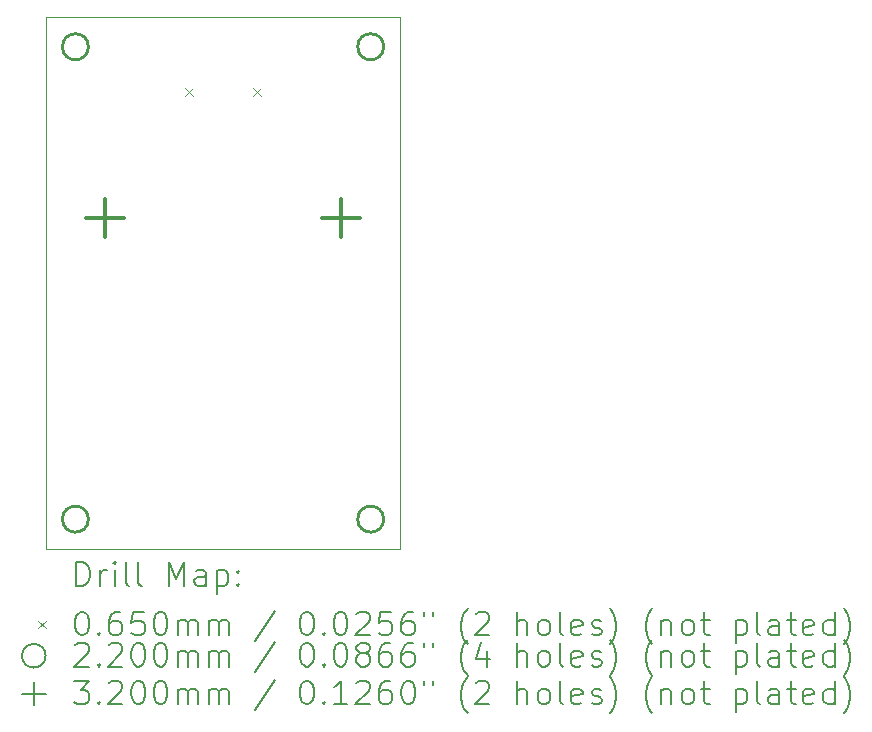
<source format=gbr>
%TF.GenerationSoftware,KiCad,Pcbnew,9.0.4*%
%TF.CreationDate,2025-09-08T01:23:05+09:00*%
%TF.ProjectId,561SmartCard-USB,35363153-6d61-4727-9443-6172642d5553,rev?*%
%TF.SameCoordinates,Original*%
%TF.FileFunction,Drillmap*%
%TF.FilePolarity,Positive*%
%FSLAX45Y45*%
G04 Gerber Fmt 4.5, Leading zero omitted, Abs format (unit mm)*
G04 Created by KiCad (PCBNEW 9.0.4) date 2025-09-08 01:23:05*
%MOMM*%
%LPD*%
G01*
G04 APERTURE LIST*
%ADD10C,0.050000*%
%ADD11C,0.200000*%
%ADD12C,0.100000*%
%ADD13C,0.220000*%
%ADD14C,0.320000*%
G04 APERTURE END LIST*
D10*
X8500000Y-7000000D02*
X11500000Y-7000000D01*
X11500000Y-11500000D01*
X8500000Y-11500000D01*
X8500000Y-7000000D01*
D11*
D12*
X9678500Y-7598000D02*
X9743500Y-7663000D01*
X9743500Y-7598000D02*
X9678500Y-7663000D01*
X10256500Y-7598000D02*
X10321500Y-7663000D01*
X10321500Y-7598000D02*
X10256500Y-7663000D01*
D13*
X8860000Y-7250000D02*
G75*
G02*
X8640000Y-7250000I-110000J0D01*
G01*
X8640000Y-7250000D02*
G75*
G02*
X8860000Y-7250000I110000J0D01*
G01*
X8860000Y-11250000D02*
G75*
G02*
X8640000Y-11250000I-110000J0D01*
G01*
X8640000Y-11250000D02*
G75*
G02*
X8860000Y-11250000I110000J0D01*
G01*
X11360000Y-7250000D02*
G75*
G02*
X11140000Y-7250000I-110000J0D01*
G01*
X11140000Y-7250000D02*
G75*
G02*
X11360000Y-7250000I110000J0D01*
G01*
X11360000Y-11250000D02*
G75*
G02*
X11140000Y-11250000I-110000J0D01*
G01*
X11140000Y-11250000D02*
G75*
G02*
X11360000Y-11250000I110000J0D01*
G01*
D14*
X9000000Y-8540000D02*
X9000000Y-8860000D01*
X8840000Y-8700000D02*
X9160000Y-8700000D01*
X11000000Y-8540000D02*
X11000000Y-8860000D01*
X10840000Y-8700000D02*
X11160000Y-8700000D01*
D11*
X8758277Y-11813984D02*
X8758277Y-11613984D01*
X8758277Y-11613984D02*
X8805896Y-11613984D01*
X8805896Y-11613984D02*
X8834467Y-11623508D01*
X8834467Y-11623508D02*
X8853515Y-11642555D01*
X8853515Y-11642555D02*
X8863039Y-11661603D01*
X8863039Y-11661603D02*
X8872563Y-11699698D01*
X8872563Y-11699698D02*
X8872563Y-11728269D01*
X8872563Y-11728269D02*
X8863039Y-11766365D01*
X8863039Y-11766365D02*
X8853515Y-11785412D01*
X8853515Y-11785412D02*
X8834467Y-11804460D01*
X8834467Y-11804460D02*
X8805896Y-11813984D01*
X8805896Y-11813984D02*
X8758277Y-11813984D01*
X8958277Y-11813984D02*
X8958277Y-11680650D01*
X8958277Y-11718746D02*
X8967801Y-11699698D01*
X8967801Y-11699698D02*
X8977324Y-11690174D01*
X8977324Y-11690174D02*
X8996372Y-11680650D01*
X8996372Y-11680650D02*
X9015420Y-11680650D01*
X9082086Y-11813984D02*
X9082086Y-11680650D01*
X9082086Y-11613984D02*
X9072563Y-11623508D01*
X9072563Y-11623508D02*
X9082086Y-11633031D01*
X9082086Y-11633031D02*
X9091610Y-11623508D01*
X9091610Y-11623508D02*
X9082086Y-11613984D01*
X9082086Y-11613984D02*
X9082086Y-11633031D01*
X9205896Y-11813984D02*
X9186848Y-11804460D01*
X9186848Y-11804460D02*
X9177324Y-11785412D01*
X9177324Y-11785412D02*
X9177324Y-11613984D01*
X9310658Y-11813984D02*
X9291610Y-11804460D01*
X9291610Y-11804460D02*
X9282086Y-11785412D01*
X9282086Y-11785412D02*
X9282086Y-11613984D01*
X9539229Y-11813984D02*
X9539229Y-11613984D01*
X9539229Y-11613984D02*
X9605896Y-11756841D01*
X9605896Y-11756841D02*
X9672563Y-11613984D01*
X9672563Y-11613984D02*
X9672563Y-11813984D01*
X9853515Y-11813984D02*
X9853515Y-11709222D01*
X9853515Y-11709222D02*
X9843991Y-11690174D01*
X9843991Y-11690174D02*
X9824944Y-11680650D01*
X9824944Y-11680650D02*
X9786848Y-11680650D01*
X9786848Y-11680650D02*
X9767801Y-11690174D01*
X9853515Y-11804460D02*
X9834467Y-11813984D01*
X9834467Y-11813984D02*
X9786848Y-11813984D01*
X9786848Y-11813984D02*
X9767801Y-11804460D01*
X9767801Y-11804460D02*
X9758277Y-11785412D01*
X9758277Y-11785412D02*
X9758277Y-11766365D01*
X9758277Y-11766365D02*
X9767801Y-11747317D01*
X9767801Y-11747317D02*
X9786848Y-11737793D01*
X9786848Y-11737793D02*
X9834467Y-11737793D01*
X9834467Y-11737793D02*
X9853515Y-11728269D01*
X9948753Y-11680650D02*
X9948753Y-11880650D01*
X9948753Y-11690174D02*
X9967801Y-11680650D01*
X9967801Y-11680650D02*
X10005896Y-11680650D01*
X10005896Y-11680650D02*
X10024944Y-11690174D01*
X10024944Y-11690174D02*
X10034467Y-11699698D01*
X10034467Y-11699698D02*
X10043991Y-11718746D01*
X10043991Y-11718746D02*
X10043991Y-11775888D01*
X10043991Y-11775888D02*
X10034467Y-11794936D01*
X10034467Y-11794936D02*
X10024944Y-11804460D01*
X10024944Y-11804460D02*
X10005896Y-11813984D01*
X10005896Y-11813984D02*
X9967801Y-11813984D01*
X9967801Y-11813984D02*
X9948753Y-11804460D01*
X10129705Y-11794936D02*
X10139229Y-11804460D01*
X10139229Y-11804460D02*
X10129705Y-11813984D01*
X10129705Y-11813984D02*
X10120182Y-11804460D01*
X10120182Y-11804460D02*
X10129705Y-11794936D01*
X10129705Y-11794936D02*
X10129705Y-11813984D01*
X10129705Y-11690174D02*
X10139229Y-11699698D01*
X10139229Y-11699698D02*
X10129705Y-11709222D01*
X10129705Y-11709222D02*
X10120182Y-11699698D01*
X10120182Y-11699698D02*
X10129705Y-11690174D01*
X10129705Y-11690174D02*
X10129705Y-11709222D01*
D12*
X8432500Y-12110000D02*
X8497500Y-12175000D01*
X8497500Y-12110000D02*
X8432500Y-12175000D01*
D11*
X8796372Y-12033984D02*
X8815420Y-12033984D01*
X8815420Y-12033984D02*
X8834467Y-12043508D01*
X8834467Y-12043508D02*
X8843991Y-12053031D01*
X8843991Y-12053031D02*
X8853515Y-12072079D01*
X8853515Y-12072079D02*
X8863039Y-12110174D01*
X8863039Y-12110174D02*
X8863039Y-12157793D01*
X8863039Y-12157793D02*
X8853515Y-12195888D01*
X8853515Y-12195888D02*
X8843991Y-12214936D01*
X8843991Y-12214936D02*
X8834467Y-12224460D01*
X8834467Y-12224460D02*
X8815420Y-12233984D01*
X8815420Y-12233984D02*
X8796372Y-12233984D01*
X8796372Y-12233984D02*
X8777324Y-12224460D01*
X8777324Y-12224460D02*
X8767801Y-12214936D01*
X8767801Y-12214936D02*
X8758277Y-12195888D01*
X8758277Y-12195888D02*
X8748753Y-12157793D01*
X8748753Y-12157793D02*
X8748753Y-12110174D01*
X8748753Y-12110174D02*
X8758277Y-12072079D01*
X8758277Y-12072079D02*
X8767801Y-12053031D01*
X8767801Y-12053031D02*
X8777324Y-12043508D01*
X8777324Y-12043508D02*
X8796372Y-12033984D01*
X8948753Y-12214936D02*
X8958277Y-12224460D01*
X8958277Y-12224460D02*
X8948753Y-12233984D01*
X8948753Y-12233984D02*
X8939229Y-12224460D01*
X8939229Y-12224460D02*
X8948753Y-12214936D01*
X8948753Y-12214936D02*
X8948753Y-12233984D01*
X9129705Y-12033984D02*
X9091610Y-12033984D01*
X9091610Y-12033984D02*
X9072563Y-12043508D01*
X9072563Y-12043508D02*
X9063039Y-12053031D01*
X9063039Y-12053031D02*
X9043991Y-12081603D01*
X9043991Y-12081603D02*
X9034467Y-12119698D01*
X9034467Y-12119698D02*
X9034467Y-12195888D01*
X9034467Y-12195888D02*
X9043991Y-12214936D01*
X9043991Y-12214936D02*
X9053515Y-12224460D01*
X9053515Y-12224460D02*
X9072563Y-12233984D01*
X9072563Y-12233984D02*
X9110658Y-12233984D01*
X9110658Y-12233984D02*
X9129705Y-12224460D01*
X9129705Y-12224460D02*
X9139229Y-12214936D01*
X9139229Y-12214936D02*
X9148753Y-12195888D01*
X9148753Y-12195888D02*
X9148753Y-12148269D01*
X9148753Y-12148269D02*
X9139229Y-12129222D01*
X9139229Y-12129222D02*
X9129705Y-12119698D01*
X9129705Y-12119698D02*
X9110658Y-12110174D01*
X9110658Y-12110174D02*
X9072563Y-12110174D01*
X9072563Y-12110174D02*
X9053515Y-12119698D01*
X9053515Y-12119698D02*
X9043991Y-12129222D01*
X9043991Y-12129222D02*
X9034467Y-12148269D01*
X9329705Y-12033984D02*
X9234467Y-12033984D01*
X9234467Y-12033984D02*
X9224944Y-12129222D01*
X9224944Y-12129222D02*
X9234467Y-12119698D01*
X9234467Y-12119698D02*
X9253515Y-12110174D01*
X9253515Y-12110174D02*
X9301134Y-12110174D01*
X9301134Y-12110174D02*
X9320182Y-12119698D01*
X9320182Y-12119698D02*
X9329705Y-12129222D01*
X9329705Y-12129222D02*
X9339229Y-12148269D01*
X9339229Y-12148269D02*
X9339229Y-12195888D01*
X9339229Y-12195888D02*
X9329705Y-12214936D01*
X9329705Y-12214936D02*
X9320182Y-12224460D01*
X9320182Y-12224460D02*
X9301134Y-12233984D01*
X9301134Y-12233984D02*
X9253515Y-12233984D01*
X9253515Y-12233984D02*
X9234467Y-12224460D01*
X9234467Y-12224460D02*
X9224944Y-12214936D01*
X9463039Y-12033984D02*
X9482086Y-12033984D01*
X9482086Y-12033984D02*
X9501134Y-12043508D01*
X9501134Y-12043508D02*
X9510658Y-12053031D01*
X9510658Y-12053031D02*
X9520182Y-12072079D01*
X9520182Y-12072079D02*
X9529705Y-12110174D01*
X9529705Y-12110174D02*
X9529705Y-12157793D01*
X9529705Y-12157793D02*
X9520182Y-12195888D01*
X9520182Y-12195888D02*
X9510658Y-12214936D01*
X9510658Y-12214936D02*
X9501134Y-12224460D01*
X9501134Y-12224460D02*
X9482086Y-12233984D01*
X9482086Y-12233984D02*
X9463039Y-12233984D01*
X9463039Y-12233984D02*
X9443991Y-12224460D01*
X9443991Y-12224460D02*
X9434467Y-12214936D01*
X9434467Y-12214936D02*
X9424944Y-12195888D01*
X9424944Y-12195888D02*
X9415420Y-12157793D01*
X9415420Y-12157793D02*
X9415420Y-12110174D01*
X9415420Y-12110174D02*
X9424944Y-12072079D01*
X9424944Y-12072079D02*
X9434467Y-12053031D01*
X9434467Y-12053031D02*
X9443991Y-12043508D01*
X9443991Y-12043508D02*
X9463039Y-12033984D01*
X9615420Y-12233984D02*
X9615420Y-12100650D01*
X9615420Y-12119698D02*
X9624944Y-12110174D01*
X9624944Y-12110174D02*
X9643991Y-12100650D01*
X9643991Y-12100650D02*
X9672563Y-12100650D01*
X9672563Y-12100650D02*
X9691610Y-12110174D01*
X9691610Y-12110174D02*
X9701134Y-12129222D01*
X9701134Y-12129222D02*
X9701134Y-12233984D01*
X9701134Y-12129222D02*
X9710658Y-12110174D01*
X9710658Y-12110174D02*
X9729705Y-12100650D01*
X9729705Y-12100650D02*
X9758277Y-12100650D01*
X9758277Y-12100650D02*
X9777325Y-12110174D01*
X9777325Y-12110174D02*
X9786848Y-12129222D01*
X9786848Y-12129222D02*
X9786848Y-12233984D01*
X9882086Y-12233984D02*
X9882086Y-12100650D01*
X9882086Y-12119698D02*
X9891610Y-12110174D01*
X9891610Y-12110174D02*
X9910658Y-12100650D01*
X9910658Y-12100650D02*
X9939229Y-12100650D01*
X9939229Y-12100650D02*
X9958277Y-12110174D01*
X9958277Y-12110174D02*
X9967801Y-12129222D01*
X9967801Y-12129222D02*
X9967801Y-12233984D01*
X9967801Y-12129222D02*
X9977325Y-12110174D01*
X9977325Y-12110174D02*
X9996372Y-12100650D01*
X9996372Y-12100650D02*
X10024944Y-12100650D01*
X10024944Y-12100650D02*
X10043991Y-12110174D01*
X10043991Y-12110174D02*
X10053515Y-12129222D01*
X10053515Y-12129222D02*
X10053515Y-12233984D01*
X10443991Y-12024460D02*
X10272563Y-12281603D01*
X10701134Y-12033984D02*
X10720182Y-12033984D01*
X10720182Y-12033984D02*
X10739229Y-12043508D01*
X10739229Y-12043508D02*
X10748753Y-12053031D01*
X10748753Y-12053031D02*
X10758277Y-12072079D01*
X10758277Y-12072079D02*
X10767801Y-12110174D01*
X10767801Y-12110174D02*
X10767801Y-12157793D01*
X10767801Y-12157793D02*
X10758277Y-12195888D01*
X10758277Y-12195888D02*
X10748753Y-12214936D01*
X10748753Y-12214936D02*
X10739229Y-12224460D01*
X10739229Y-12224460D02*
X10720182Y-12233984D01*
X10720182Y-12233984D02*
X10701134Y-12233984D01*
X10701134Y-12233984D02*
X10682087Y-12224460D01*
X10682087Y-12224460D02*
X10672563Y-12214936D01*
X10672563Y-12214936D02*
X10663039Y-12195888D01*
X10663039Y-12195888D02*
X10653515Y-12157793D01*
X10653515Y-12157793D02*
X10653515Y-12110174D01*
X10653515Y-12110174D02*
X10663039Y-12072079D01*
X10663039Y-12072079D02*
X10672563Y-12053031D01*
X10672563Y-12053031D02*
X10682087Y-12043508D01*
X10682087Y-12043508D02*
X10701134Y-12033984D01*
X10853515Y-12214936D02*
X10863039Y-12224460D01*
X10863039Y-12224460D02*
X10853515Y-12233984D01*
X10853515Y-12233984D02*
X10843991Y-12224460D01*
X10843991Y-12224460D02*
X10853515Y-12214936D01*
X10853515Y-12214936D02*
X10853515Y-12233984D01*
X10986848Y-12033984D02*
X11005896Y-12033984D01*
X11005896Y-12033984D02*
X11024944Y-12043508D01*
X11024944Y-12043508D02*
X11034468Y-12053031D01*
X11034468Y-12053031D02*
X11043991Y-12072079D01*
X11043991Y-12072079D02*
X11053515Y-12110174D01*
X11053515Y-12110174D02*
X11053515Y-12157793D01*
X11053515Y-12157793D02*
X11043991Y-12195888D01*
X11043991Y-12195888D02*
X11034468Y-12214936D01*
X11034468Y-12214936D02*
X11024944Y-12224460D01*
X11024944Y-12224460D02*
X11005896Y-12233984D01*
X11005896Y-12233984D02*
X10986848Y-12233984D01*
X10986848Y-12233984D02*
X10967801Y-12224460D01*
X10967801Y-12224460D02*
X10958277Y-12214936D01*
X10958277Y-12214936D02*
X10948753Y-12195888D01*
X10948753Y-12195888D02*
X10939229Y-12157793D01*
X10939229Y-12157793D02*
X10939229Y-12110174D01*
X10939229Y-12110174D02*
X10948753Y-12072079D01*
X10948753Y-12072079D02*
X10958277Y-12053031D01*
X10958277Y-12053031D02*
X10967801Y-12043508D01*
X10967801Y-12043508D02*
X10986848Y-12033984D01*
X11129706Y-12053031D02*
X11139229Y-12043508D01*
X11139229Y-12043508D02*
X11158277Y-12033984D01*
X11158277Y-12033984D02*
X11205896Y-12033984D01*
X11205896Y-12033984D02*
X11224944Y-12043508D01*
X11224944Y-12043508D02*
X11234467Y-12053031D01*
X11234467Y-12053031D02*
X11243991Y-12072079D01*
X11243991Y-12072079D02*
X11243991Y-12091127D01*
X11243991Y-12091127D02*
X11234467Y-12119698D01*
X11234467Y-12119698D02*
X11120182Y-12233984D01*
X11120182Y-12233984D02*
X11243991Y-12233984D01*
X11424944Y-12033984D02*
X11329706Y-12033984D01*
X11329706Y-12033984D02*
X11320182Y-12129222D01*
X11320182Y-12129222D02*
X11329706Y-12119698D01*
X11329706Y-12119698D02*
X11348753Y-12110174D01*
X11348753Y-12110174D02*
X11396372Y-12110174D01*
X11396372Y-12110174D02*
X11415420Y-12119698D01*
X11415420Y-12119698D02*
X11424944Y-12129222D01*
X11424944Y-12129222D02*
X11434467Y-12148269D01*
X11434467Y-12148269D02*
X11434467Y-12195888D01*
X11434467Y-12195888D02*
X11424944Y-12214936D01*
X11424944Y-12214936D02*
X11415420Y-12224460D01*
X11415420Y-12224460D02*
X11396372Y-12233984D01*
X11396372Y-12233984D02*
X11348753Y-12233984D01*
X11348753Y-12233984D02*
X11329706Y-12224460D01*
X11329706Y-12224460D02*
X11320182Y-12214936D01*
X11605896Y-12033984D02*
X11567801Y-12033984D01*
X11567801Y-12033984D02*
X11548753Y-12043508D01*
X11548753Y-12043508D02*
X11539229Y-12053031D01*
X11539229Y-12053031D02*
X11520182Y-12081603D01*
X11520182Y-12081603D02*
X11510658Y-12119698D01*
X11510658Y-12119698D02*
X11510658Y-12195888D01*
X11510658Y-12195888D02*
X11520182Y-12214936D01*
X11520182Y-12214936D02*
X11529706Y-12224460D01*
X11529706Y-12224460D02*
X11548753Y-12233984D01*
X11548753Y-12233984D02*
X11586848Y-12233984D01*
X11586848Y-12233984D02*
X11605896Y-12224460D01*
X11605896Y-12224460D02*
X11615420Y-12214936D01*
X11615420Y-12214936D02*
X11624944Y-12195888D01*
X11624944Y-12195888D02*
X11624944Y-12148269D01*
X11624944Y-12148269D02*
X11615420Y-12129222D01*
X11615420Y-12129222D02*
X11605896Y-12119698D01*
X11605896Y-12119698D02*
X11586848Y-12110174D01*
X11586848Y-12110174D02*
X11548753Y-12110174D01*
X11548753Y-12110174D02*
X11529706Y-12119698D01*
X11529706Y-12119698D02*
X11520182Y-12129222D01*
X11520182Y-12129222D02*
X11510658Y-12148269D01*
X11701134Y-12033984D02*
X11701134Y-12072079D01*
X11777325Y-12033984D02*
X11777325Y-12072079D01*
X12072563Y-12310174D02*
X12063039Y-12300650D01*
X12063039Y-12300650D02*
X12043991Y-12272079D01*
X12043991Y-12272079D02*
X12034468Y-12253031D01*
X12034468Y-12253031D02*
X12024944Y-12224460D01*
X12024944Y-12224460D02*
X12015420Y-12176841D01*
X12015420Y-12176841D02*
X12015420Y-12138746D01*
X12015420Y-12138746D02*
X12024944Y-12091127D01*
X12024944Y-12091127D02*
X12034468Y-12062555D01*
X12034468Y-12062555D02*
X12043991Y-12043508D01*
X12043991Y-12043508D02*
X12063039Y-12014936D01*
X12063039Y-12014936D02*
X12072563Y-12005412D01*
X12139229Y-12053031D02*
X12148753Y-12043508D01*
X12148753Y-12043508D02*
X12167801Y-12033984D01*
X12167801Y-12033984D02*
X12215420Y-12033984D01*
X12215420Y-12033984D02*
X12234468Y-12043508D01*
X12234468Y-12043508D02*
X12243991Y-12053031D01*
X12243991Y-12053031D02*
X12253515Y-12072079D01*
X12253515Y-12072079D02*
X12253515Y-12091127D01*
X12253515Y-12091127D02*
X12243991Y-12119698D01*
X12243991Y-12119698D02*
X12129706Y-12233984D01*
X12129706Y-12233984D02*
X12253515Y-12233984D01*
X12491610Y-12233984D02*
X12491610Y-12033984D01*
X12577325Y-12233984D02*
X12577325Y-12129222D01*
X12577325Y-12129222D02*
X12567801Y-12110174D01*
X12567801Y-12110174D02*
X12548753Y-12100650D01*
X12548753Y-12100650D02*
X12520182Y-12100650D01*
X12520182Y-12100650D02*
X12501134Y-12110174D01*
X12501134Y-12110174D02*
X12491610Y-12119698D01*
X12701134Y-12233984D02*
X12682087Y-12224460D01*
X12682087Y-12224460D02*
X12672563Y-12214936D01*
X12672563Y-12214936D02*
X12663039Y-12195888D01*
X12663039Y-12195888D02*
X12663039Y-12138746D01*
X12663039Y-12138746D02*
X12672563Y-12119698D01*
X12672563Y-12119698D02*
X12682087Y-12110174D01*
X12682087Y-12110174D02*
X12701134Y-12100650D01*
X12701134Y-12100650D02*
X12729706Y-12100650D01*
X12729706Y-12100650D02*
X12748753Y-12110174D01*
X12748753Y-12110174D02*
X12758277Y-12119698D01*
X12758277Y-12119698D02*
X12767801Y-12138746D01*
X12767801Y-12138746D02*
X12767801Y-12195888D01*
X12767801Y-12195888D02*
X12758277Y-12214936D01*
X12758277Y-12214936D02*
X12748753Y-12224460D01*
X12748753Y-12224460D02*
X12729706Y-12233984D01*
X12729706Y-12233984D02*
X12701134Y-12233984D01*
X12882087Y-12233984D02*
X12863039Y-12224460D01*
X12863039Y-12224460D02*
X12853515Y-12205412D01*
X12853515Y-12205412D02*
X12853515Y-12033984D01*
X13034468Y-12224460D02*
X13015420Y-12233984D01*
X13015420Y-12233984D02*
X12977325Y-12233984D01*
X12977325Y-12233984D02*
X12958277Y-12224460D01*
X12958277Y-12224460D02*
X12948753Y-12205412D01*
X12948753Y-12205412D02*
X12948753Y-12129222D01*
X12948753Y-12129222D02*
X12958277Y-12110174D01*
X12958277Y-12110174D02*
X12977325Y-12100650D01*
X12977325Y-12100650D02*
X13015420Y-12100650D01*
X13015420Y-12100650D02*
X13034468Y-12110174D01*
X13034468Y-12110174D02*
X13043991Y-12129222D01*
X13043991Y-12129222D02*
X13043991Y-12148269D01*
X13043991Y-12148269D02*
X12948753Y-12167317D01*
X13120182Y-12224460D02*
X13139230Y-12233984D01*
X13139230Y-12233984D02*
X13177325Y-12233984D01*
X13177325Y-12233984D02*
X13196372Y-12224460D01*
X13196372Y-12224460D02*
X13205896Y-12205412D01*
X13205896Y-12205412D02*
X13205896Y-12195888D01*
X13205896Y-12195888D02*
X13196372Y-12176841D01*
X13196372Y-12176841D02*
X13177325Y-12167317D01*
X13177325Y-12167317D02*
X13148753Y-12167317D01*
X13148753Y-12167317D02*
X13129706Y-12157793D01*
X13129706Y-12157793D02*
X13120182Y-12138746D01*
X13120182Y-12138746D02*
X13120182Y-12129222D01*
X13120182Y-12129222D02*
X13129706Y-12110174D01*
X13129706Y-12110174D02*
X13148753Y-12100650D01*
X13148753Y-12100650D02*
X13177325Y-12100650D01*
X13177325Y-12100650D02*
X13196372Y-12110174D01*
X13272563Y-12310174D02*
X13282087Y-12300650D01*
X13282087Y-12300650D02*
X13301134Y-12272079D01*
X13301134Y-12272079D02*
X13310658Y-12253031D01*
X13310658Y-12253031D02*
X13320182Y-12224460D01*
X13320182Y-12224460D02*
X13329706Y-12176841D01*
X13329706Y-12176841D02*
X13329706Y-12138746D01*
X13329706Y-12138746D02*
X13320182Y-12091127D01*
X13320182Y-12091127D02*
X13310658Y-12062555D01*
X13310658Y-12062555D02*
X13301134Y-12043508D01*
X13301134Y-12043508D02*
X13282087Y-12014936D01*
X13282087Y-12014936D02*
X13272563Y-12005412D01*
X13634468Y-12310174D02*
X13624944Y-12300650D01*
X13624944Y-12300650D02*
X13605896Y-12272079D01*
X13605896Y-12272079D02*
X13596372Y-12253031D01*
X13596372Y-12253031D02*
X13586849Y-12224460D01*
X13586849Y-12224460D02*
X13577325Y-12176841D01*
X13577325Y-12176841D02*
X13577325Y-12138746D01*
X13577325Y-12138746D02*
X13586849Y-12091127D01*
X13586849Y-12091127D02*
X13596372Y-12062555D01*
X13596372Y-12062555D02*
X13605896Y-12043508D01*
X13605896Y-12043508D02*
X13624944Y-12014936D01*
X13624944Y-12014936D02*
X13634468Y-12005412D01*
X13710658Y-12100650D02*
X13710658Y-12233984D01*
X13710658Y-12119698D02*
X13720182Y-12110174D01*
X13720182Y-12110174D02*
X13739230Y-12100650D01*
X13739230Y-12100650D02*
X13767801Y-12100650D01*
X13767801Y-12100650D02*
X13786849Y-12110174D01*
X13786849Y-12110174D02*
X13796372Y-12129222D01*
X13796372Y-12129222D02*
X13796372Y-12233984D01*
X13920182Y-12233984D02*
X13901134Y-12224460D01*
X13901134Y-12224460D02*
X13891611Y-12214936D01*
X13891611Y-12214936D02*
X13882087Y-12195888D01*
X13882087Y-12195888D02*
X13882087Y-12138746D01*
X13882087Y-12138746D02*
X13891611Y-12119698D01*
X13891611Y-12119698D02*
X13901134Y-12110174D01*
X13901134Y-12110174D02*
X13920182Y-12100650D01*
X13920182Y-12100650D02*
X13948753Y-12100650D01*
X13948753Y-12100650D02*
X13967801Y-12110174D01*
X13967801Y-12110174D02*
X13977325Y-12119698D01*
X13977325Y-12119698D02*
X13986849Y-12138746D01*
X13986849Y-12138746D02*
X13986849Y-12195888D01*
X13986849Y-12195888D02*
X13977325Y-12214936D01*
X13977325Y-12214936D02*
X13967801Y-12224460D01*
X13967801Y-12224460D02*
X13948753Y-12233984D01*
X13948753Y-12233984D02*
X13920182Y-12233984D01*
X14043992Y-12100650D02*
X14120182Y-12100650D01*
X14072563Y-12033984D02*
X14072563Y-12205412D01*
X14072563Y-12205412D02*
X14082087Y-12224460D01*
X14082087Y-12224460D02*
X14101134Y-12233984D01*
X14101134Y-12233984D02*
X14120182Y-12233984D01*
X14339230Y-12100650D02*
X14339230Y-12300650D01*
X14339230Y-12110174D02*
X14358277Y-12100650D01*
X14358277Y-12100650D02*
X14396373Y-12100650D01*
X14396373Y-12100650D02*
X14415420Y-12110174D01*
X14415420Y-12110174D02*
X14424944Y-12119698D01*
X14424944Y-12119698D02*
X14434468Y-12138746D01*
X14434468Y-12138746D02*
X14434468Y-12195888D01*
X14434468Y-12195888D02*
X14424944Y-12214936D01*
X14424944Y-12214936D02*
X14415420Y-12224460D01*
X14415420Y-12224460D02*
X14396373Y-12233984D01*
X14396373Y-12233984D02*
X14358277Y-12233984D01*
X14358277Y-12233984D02*
X14339230Y-12224460D01*
X14548753Y-12233984D02*
X14529706Y-12224460D01*
X14529706Y-12224460D02*
X14520182Y-12205412D01*
X14520182Y-12205412D02*
X14520182Y-12033984D01*
X14710658Y-12233984D02*
X14710658Y-12129222D01*
X14710658Y-12129222D02*
X14701134Y-12110174D01*
X14701134Y-12110174D02*
X14682087Y-12100650D01*
X14682087Y-12100650D02*
X14643992Y-12100650D01*
X14643992Y-12100650D02*
X14624944Y-12110174D01*
X14710658Y-12224460D02*
X14691611Y-12233984D01*
X14691611Y-12233984D02*
X14643992Y-12233984D01*
X14643992Y-12233984D02*
X14624944Y-12224460D01*
X14624944Y-12224460D02*
X14615420Y-12205412D01*
X14615420Y-12205412D02*
X14615420Y-12186365D01*
X14615420Y-12186365D02*
X14624944Y-12167317D01*
X14624944Y-12167317D02*
X14643992Y-12157793D01*
X14643992Y-12157793D02*
X14691611Y-12157793D01*
X14691611Y-12157793D02*
X14710658Y-12148269D01*
X14777325Y-12100650D02*
X14853515Y-12100650D01*
X14805896Y-12033984D02*
X14805896Y-12205412D01*
X14805896Y-12205412D02*
X14815420Y-12224460D01*
X14815420Y-12224460D02*
X14834468Y-12233984D01*
X14834468Y-12233984D02*
X14853515Y-12233984D01*
X14996373Y-12224460D02*
X14977325Y-12233984D01*
X14977325Y-12233984D02*
X14939230Y-12233984D01*
X14939230Y-12233984D02*
X14920182Y-12224460D01*
X14920182Y-12224460D02*
X14910658Y-12205412D01*
X14910658Y-12205412D02*
X14910658Y-12129222D01*
X14910658Y-12129222D02*
X14920182Y-12110174D01*
X14920182Y-12110174D02*
X14939230Y-12100650D01*
X14939230Y-12100650D02*
X14977325Y-12100650D01*
X14977325Y-12100650D02*
X14996373Y-12110174D01*
X14996373Y-12110174D02*
X15005896Y-12129222D01*
X15005896Y-12129222D02*
X15005896Y-12148269D01*
X15005896Y-12148269D02*
X14910658Y-12167317D01*
X15177325Y-12233984D02*
X15177325Y-12033984D01*
X15177325Y-12224460D02*
X15158277Y-12233984D01*
X15158277Y-12233984D02*
X15120182Y-12233984D01*
X15120182Y-12233984D02*
X15101134Y-12224460D01*
X15101134Y-12224460D02*
X15091611Y-12214936D01*
X15091611Y-12214936D02*
X15082087Y-12195888D01*
X15082087Y-12195888D02*
X15082087Y-12138746D01*
X15082087Y-12138746D02*
X15091611Y-12119698D01*
X15091611Y-12119698D02*
X15101134Y-12110174D01*
X15101134Y-12110174D02*
X15120182Y-12100650D01*
X15120182Y-12100650D02*
X15158277Y-12100650D01*
X15158277Y-12100650D02*
X15177325Y-12110174D01*
X15253515Y-12310174D02*
X15263039Y-12300650D01*
X15263039Y-12300650D02*
X15282087Y-12272079D01*
X15282087Y-12272079D02*
X15291611Y-12253031D01*
X15291611Y-12253031D02*
X15301134Y-12224460D01*
X15301134Y-12224460D02*
X15310658Y-12176841D01*
X15310658Y-12176841D02*
X15310658Y-12138746D01*
X15310658Y-12138746D02*
X15301134Y-12091127D01*
X15301134Y-12091127D02*
X15291611Y-12062555D01*
X15291611Y-12062555D02*
X15282087Y-12043508D01*
X15282087Y-12043508D02*
X15263039Y-12014936D01*
X15263039Y-12014936D02*
X15253515Y-12005412D01*
X8497500Y-12406500D02*
G75*
G02*
X8297500Y-12406500I-100000J0D01*
G01*
X8297500Y-12406500D02*
G75*
G02*
X8497500Y-12406500I100000J0D01*
G01*
X8748753Y-12317031D02*
X8758277Y-12307508D01*
X8758277Y-12307508D02*
X8777324Y-12297984D01*
X8777324Y-12297984D02*
X8824944Y-12297984D01*
X8824944Y-12297984D02*
X8843991Y-12307508D01*
X8843991Y-12307508D02*
X8853515Y-12317031D01*
X8853515Y-12317031D02*
X8863039Y-12336079D01*
X8863039Y-12336079D02*
X8863039Y-12355127D01*
X8863039Y-12355127D02*
X8853515Y-12383698D01*
X8853515Y-12383698D02*
X8739229Y-12497984D01*
X8739229Y-12497984D02*
X8863039Y-12497984D01*
X8948753Y-12478936D02*
X8958277Y-12488460D01*
X8958277Y-12488460D02*
X8948753Y-12497984D01*
X8948753Y-12497984D02*
X8939229Y-12488460D01*
X8939229Y-12488460D02*
X8948753Y-12478936D01*
X8948753Y-12478936D02*
X8948753Y-12497984D01*
X9034467Y-12317031D02*
X9043991Y-12307508D01*
X9043991Y-12307508D02*
X9063039Y-12297984D01*
X9063039Y-12297984D02*
X9110658Y-12297984D01*
X9110658Y-12297984D02*
X9129705Y-12307508D01*
X9129705Y-12307508D02*
X9139229Y-12317031D01*
X9139229Y-12317031D02*
X9148753Y-12336079D01*
X9148753Y-12336079D02*
X9148753Y-12355127D01*
X9148753Y-12355127D02*
X9139229Y-12383698D01*
X9139229Y-12383698D02*
X9024944Y-12497984D01*
X9024944Y-12497984D02*
X9148753Y-12497984D01*
X9272563Y-12297984D02*
X9291610Y-12297984D01*
X9291610Y-12297984D02*
X9310658Y-12307508D01*
X9310658Y-12307508D02*
X9320182Y-12317031D01*
X9320182Y-12317031D02*
X9329705Y-12336079D01*
X9329705Y-12336079D02*
X9339229Y-12374174D01*
X9339229Y-12374174D02*
X9339229Y-12421793D01*
X9339229Y-12421793D02*
X9329705Y-12459888D01*
X9329705Y-12459888D02*
X9320182Y-12478936D01*
X9320182Y-12478936D02*
X9310658Y-12488460D01*
X9310658Y-12488460D02*
X9291610Y-12497984D01*
X9291610Y-12497984D02*
X9272563Y-12497984D01*
X9272563Y-12497984D02*
X9253515Y-12488460D01*
X9253515Y-12488460D02*
X9243991Y-12478936D01*
X9243991Y-12478936D02*
X9234467Y-12459888D01*
X9234467Y-12459888D02*
X9224944Y-12421793D01*
X9224944Y-12421793D02*
X9224944Y-12374174D01*
X9224944Y-12374174D02*
X9234467Y-12336079D01*
X9234467Y-12336079D02*
X9243991Y-12317031D01*
X9243991Y-12317031D02*
X9253515Y-12307508D01*
X9253515Y-12307508D02*
X9272563Y-12297984D01*
X9463039Y-12297984D02*
X9482086Y-12297984D01*
X9482086Y-12297984D02*
X9501134Y-12307508D01*
X9501134Y-12307508D02*
X9510658Y-12317031D01*
X9510658Y-12317031D02*
X9520182Y-12336079D01*
X9520182Y-12336079D02*
X9529705Y-12374174D01*
X9529705Y-12374174D02*
X9529705Y-12421793D01*
X9529705Y-12421793D02*
X9520182Y-12459888D01*
X9520182Y-12459888D02*
X9510658Y-12478936D01*
X9510658Y-12478936D02*
X9501134Y-12488460D01*
X9501134Y-12488460D02*
X9482086Y-12497984D01*
X9482086Y-12497984D02*
X9463039Y-12497984D01*
X9463039Y-12497984D02*
X9443991Y-12488460D01*
X9443991Y-12488460D02*
X9434467Y-12478936D01*
X9434467Y-12478936D02*
X9424944Y-12459888D01*
X9424944Y-12459888D02*
X9415420Y-12421793D01*
X9415420Y-12421793D02*
X9415420Y-12374174D01*
X9415420Y-12374174D02*
X9424944Y-12336079D01*
X9424944Y-12336079D02*
X9434467Y-12317031D01*
X9434467Y-12317031D02*
X9443991Y-12307508D01*
X9443991Y-12307508D02*
X9463039Y-12297984D01*
X9615420Y-12497984D02*
X9615420Y-12364650D01*
X9615420Y-12383698D02*
X9624944Y-12374174D01*
X9624944Y-12374174D02*
X9643991Y-12364650D01*
X9643991Y-12364650D02*
X9672563Y-12364650D01*
X9672563Y-12364650D02*
X9691610Y-12374174D01*
X9691610Y-12374174D02*
X9701134Y-12393222D01*
X9701134Y-12393222D02*
X9701134Y-12497984D01*
X9701134Y-12393222D02*
X9710658Y-12374174D01*
X9710658Y-12374174D02*
X9729705Y-12364650D01*
X9729705Y-12364650D02*
X9758277Y-12364650D01*
X9758277Y-12364650D02*
X9777325Y-12374174D01*
X9777325Y-12374174D02*
X9786848Y-12393222D01*
X9786848Y-12393222D02*
X9786848Y-12497984D01*
X9882086Y-12497984D02*
X9882086Y-12364650D01*
X9882086Y-12383698D02*
X9891610Y-12374174D01*
X9891610Y-12374174D02*
X9910658Y-12364650D01*
X9910658Y-12364650D02*
X9939229Y-12364650D01*
X9939229Y-12364650D02*
X9958277Y-12374174D01*
X9958277Y-12374174D02*
X9967801Y-12393222D01*
X9967801Y-12393222D02*
X9967801Y-12497984D01*
X9967801Y-12393222D02*
X9977325Y-12374174D01*
X9977325Y-12374174D02*
X9996372Y-12364650D01*
X9996372Y-12364650D02*
X10024944Y-12364650D01*
X10024944Y-12364650D02*
X10043991Y-12374174D01*
X10043991Y-12374174D02*
X10053515Y-12393222D01*
X10053515Y-12393222D02*
X10053515Y-12497984D01*
X10443991Y-12288460D02*
X10272563Y-12545603D01*
X10701134Y-12297984D02*
X10720182Y-12297984D01*
X10720182Y-12297984D02*
X10739229Y-12307508D01*
X10739229Y-12307508D02*
X10748753Y-12317031D01*
X10748753Y-12317031D02*
X10758277Y-12336079D01*
X10758277Y-12336079D02*
X10767801Y-12374174D01*
X10767801Y-12374174D02*
X10767801Y-12421793D01*
X10767801Y-12421793D02*
X10758277Y-12459888D01*
X10758277Y-12459888D02*
X10748753Y-12478936D01*
X10748753Y-12478936D02*
X10739229Y-12488460D01*
X10739229Y-12488460D02*
X10720182Y-12497984D01*
X10720182Y-12497984D02*
X10701134Y-12497984D01*
X10701134Y-12497984D02*
X10682087Y-12488460D01*
X10682087Y-12488460D02*
X10672563Y-12478936D01*
X10672563Y-12478936D02*
X10663039Y-12459888D01*
X10663039Y-12459888D02*
X10653515Y-12421793D01*
X10653515Y-12421793D02*
X10653515Y-12374174D01*
X10653515Y-12374174D02*
X10663039Y-12336079D01*
X10663039Y-12336079D02*
X10672563Y-12317031D01*
X10672563Y-12317031D02*
X10682087Y-12307508D01*
X10682087Y-12307508D02*
X10701134Y-12297984D01*
X10853515Y-12478936D02*
X10863039Y-12488460D01*
X10863039Y-12488460D02*
X10853515Y-12497984D01*
X10853515Y-12497984D02*
X10843991Y-12488460D01*
X10843991Y-12488460D02*
X10853515Y-12478936D01*
X10853515Y-12478936D02*
X10853515Y-12497984D01*
X10986848Y-12297984D02*
X11005896Y-12297984D01*
X11005896Y-12297984D02*
X11024944Y-12307508D01*
X11024944Y-12307508D02*
X11034468Y-12317031D01*
X11034468Y-12317031D02*
X11043991Y-12336079D01*
X11043991Y-12336079D02*
X11053515Y-12374174D01*
X11053515Y-12374174D02*
X11053515Y-12421793D01*
X11053515Y-12421793D02*
X11043991Y-12459888D01*
X11043991Y-12459888D02*
X11034468Y-12478936D01*
X11034468Y-12478936D02*
X11024944Y-12488460D01*
X11024944Y-12488460D02*
X11005896Y-12497984D01*
X11005896Y-12497984D02*
X10986848Y-12497984D01*
X10986848Y-12497984D02*
X10967801Y-12488460D01*
X10967801Y-12488460D02*
X10958277Y-12478936D01*
X10958277Y-12478936D02*
X10948753Y-12459888D01*
X10948753Y-12459888D02*
X10939229Y-12421793D01*
X10939229Y-12421793D02*
X10939229Y-12374174D01*
X10939229Y-12374174D02*
X10948753Y-12336079D01*
X10948753Y-12336079D02*
X10958277Y-12317031D01*
X10958277Y-12317031D02*
X10967801Y-12307508D01*
X10967801Y-12307508D02*
X10986848Y-12297984D01*
X11167801Y-12383698D02*
X11148753Y-12374174D01*
X11148753Y-12374174D02*
X11139229Y-12364650D01*
X11139229Y-12364650D02*
X11129706Y-12345603D01*
X11129706Y-12345603D02*
X11129706Y-12336079D01*
X11129706Y-12336079D02*
X11139229Y-12317031D01*
X11139229Y-12317031D02*
X11148753Y-12307508D01*
X11148753Y-12307508D02*
X11167801Y-12297984D01*
X11167801Y-12297984D02*
X11205896Y-12297984D01*
X11205896Y-12297984D02*
X11224944Y-12307508D01*
X11224944Y-12307508D02*
X11234467Y-12317031D01*
X11234467Y-12317031D02*
X11243991Y-12336079D01*
X11243991Y-12336079D02*
X11243991Y-12345603D01*
X11243991Y-12345603D02*
X11234467Y-12364650D01*
X11234467Y-12364650D02*
X11224944Y-12374174D01*
X11224944Y-12374174D02*
X11205896Y-12383698D01*
X11205896Y-12383698D02*
X11167801Y-12383698D01*
X11167801Y-12383698D02*
X11148753Y-12393222D01*
X11148753Y-12393222D02*
X11139229Y-12402746D01*
X11139229Y-12402746D02*
X11129706Y-12421793D01*
X11129706Y-12421793D02*
X11129706Y-12459888D01*
X11129706Y-12459888D02*
X11139229Y-12478936D01*
X11139229Y-12478936D02*
X11148753Y-12488460D01*
X11148753Y-12488460D02*
X11167801Y-12497984D01*
X11167801Y-12497984D02*
X11205896Y-12497984D01*
X11205896Y-12497984D02*
X11224944Y-12488460D01*
X11224944Y-12488460D02*
X11234467Y-12478936D01*
X11234467Y-12478936D02*
X11243991Y-12459888D01*
X11243991Y-12459888D02*
X11243991Y-12421793D01*
X11243991Y-12421793D02*
X11234467Y-12402746D01*
X11234467Y-12402746D02*
X11224944Y-12393222D01*
X11224944Y-12393222D02*
X11205896Y-12383698D01*
X11415420Y-12297984D02*
X11377325Y-12297984D01*
X11377325Y-12297984D02*
X11358277Y-12307508D01*
X11358277Y-12307508D02*
X11348753Y-12317031D01*
X11348753Y-12317031D02*
X11329706Y-12345603D01*
X11329706Y-12345603D02*
X11320182Y-12383698D01*
X11320182Y-12383698D02*
X11320182Y-12459888D01*
X11320182Y-12459888D02*
X11329706Y-12478936D01*
X11329706Y-12478936D02*
X11339229Y-12488460D01*
X11339229Y-12488460D02*
X11358277Y-12497984D01*
X11358277Y-12497984D02*
X11396372Y-12497984D01*
X11396372Y-12497984D02*
X11415420Y-12488460D01*
X11415420Y-12488460D02*
X11424944Y-12478936D01*
X11424944Y-12478936D02*
X11434467Y-12459888D01*
X11434467Y-12459888D02*
X11434467Y-12412269D01*
X11434467Y-12412269D02*
X11424944Y-12393222D01*
X11424944Y-12393222D02*
X11415420Y-12383698D01*
X11415420Y-12383698D02*
X11396372Y-12374174D01*
X11396372Y-12374174D02*
X11358277Y-12374174D01*
X11358277Y-12374174D02*
X11339229Y-12383698D01*
X11339229Y-12383698D02*
X11329706Y-12393222D01*
X11329706Y-12393222D02*
X11320182Y-12412269D01*
X11605896Y-12297984D02*
X11567801Y-12297984D01*
X11567801Y-12297984D02*
X11548753Y-12307508D01*
X11548753Y-12307508D02*
X11539229Y-12317031D01*
X11539229Y-12317031D02*
X11520182Y-12345603D01*
X11520182Y-12345603D02*
X11510658Y-12383698D01*
X11510658Y-12383698D02*
X11510658Y-12459888D01*
X11510658Y-12459888D02*
X11520182Y-12478936D01*
X11520182Y-12478936D02*
X11529706Y-12488460D01*
X11529706Y-12488460D02*
X11548753Y-12497984D01*
X11548753Y-12497984D02*
X11586848Y-12497984D01*
X11586848Y-12497984D02*
X11605896Y-12488460D01*
X11605896Y-12488460D02*
X11615420Y-12478936D01*
X11615420Y-12478936D02*
X11624944Y-12459888D01*
X11624944Y-12459888D02*
X11624944Y-12412269D01*
X11624944Y-12412269D02*
X11615420Y-12393222D01*
X11615420Y-12393222D02*
X11605896Y-12383698D01*
X11605896Y-12383698D02*
X11586848Y-12374174D01*
X11586848Y-12374174D02*
X11548753Y-12374174D01*
X11548753Y-12374174D02*
X11529706Y-12383698D01*
X11529706Y-12383698D02*
X11520182Y-12393222D01*
X11520182Y-12393222D02*
X11510658Y-12412269D01*
X11701134Y-12297984D02*
X11701134Y-12336079D01*
X11777325Y-12297984D02*
X11777325Y-12336079D01*
X12072563Y-12574174D02*
X12063039Y-12564650D01*
X12063039Y-12564650D02*
X12043991Y-12536079D01*
X12043991Y-12536079D02*
X12034468Y-12517031D01*
X12034468Y-12517031D02*
X12024944Y-12488460D01*
X12024944Y-12488460D02*
X12015420Y-12440841D01*
X12015420Y-12440841D02*
X12015420Y-12402746D01*
X12015420Y-12402746D02*
X12024944Y-12355127D01*
X12024944Y-12355127D02*
X12034468Y-12326555D01*
X12034468Y-12326555D02*
X12043991Y-12307508D01*
X12043991Y-12307508D02*
X12063039Y-12278936D01*
X12063039Y-12278936D02*
X12072563Y-12269412D01*
X12234468Y-12364650D02*
X12234468Y-12497984D01*
X12186848Y-12288460D02*
X12139229Y-12431317D01*
X12139229Y-12431317D02*
X12263039Y-12431317D01*
X12491610Y-12497984D02*
X12491610Y-12297984D01*
X12577325Y-12497984D02*
X12577325Y-12393222D01*
X12577325Y-12393222D02*
X12567801Y-12374174D01*
X12567801Y-12374174D02*
X12548753Y-12364650D01*
X12548753Y-12364650D02*
X12520182Y-12364650D01*
X12520182Y-12364650D02*
X12501134Y-12374174D01*
X12501134Y-12374174D02*
X12491610Y-12383698D01*
X12701134Y-12497984D02*
X12682087Y-12488460D01*
X12682087Y-12488460D02*
X12672563Y-12478936D01*
X12672563Y-12478936D02*
X12663039Y-12459888D01*
X12663039Y-12459888D02*
X12663039Y-12402746D01*
X12663039Y-12402746D02*
X12672563Y-12383698D01*
X12672563Y-12383698D02*
X12682087Y-12374174D01*
X12682087Y-12374174D02*
X12701134Y-12364650D01*
X12701134Y-12364650D02*
X12729706Y-12364650D01*
X12729706Y-12364650D02*
X12748753Y-12374174D01*
X12748753Y-12374174D02*
X12758277Y-12383698D01*
X12758277Y-12383698D02*
X12767801Y-12402746D01*
X12767801Y-12402746D02*
X12767801Y-12459888D01*
X12767801Y-12459888D02*
X12758277Y-12478936D01*
X12758277Y-12478936D02*
X12748753Y-12488460D01*
X12748753Y-12488460D02*
X12729706Y-12497984D01*
X12729706Y-12497984D02*
X12701134Y-12497984D01*
X12882087Y-12497984D02*
X12863039Y-12488460D01*
X12863039Y-12488460D02*
X12853515Y-12469412D01*
X12853515Y-12469412D02*
X12853515Y-12297984D01*
X13034468Y-12488460D02*
X13015420Y-12497984D01*
X13015420Y-12497984D02*
X12977325Y-12497984D01*
X12977325Y-12497984D02*
X12958277Y-12488460D01*
X12958277Y-12488460D02*
X12948753Y-12469412D01*
X12948753Y-12469412D02*
X12948753Y-12393222D01*
X12948753Y-12393222D02*
X12958277Y-12374174D01*
X12958277Y-12374174D02*
X12977325Y-12364650D01*
X12977325Y-12364650D02*
X13015420Y-12364650D01*
X13015420Y-12364650D02*
X13034468Y-12374174D01*
X13034468Y-12374174D02*
X13043991Y-12393222D01*
X13043991Y-12393222D02*
X13043991Y-12412269D01*
X13043991Y-12412269D02*
X12948753Y-12431317D01*
X13120182Y-12488460D02*
X13139230Y-12497984D01*
X13139230Y-12497984D02*
X13177325Y-12497984D01*
X13177325Y-12497984D02*
X13196372Y-12488460D01*
X13196372Y-12488460D02*
X13205896Y-12469412D01*
X13205896Y-12469412D02*
X13205896Y-12459888D01*
X13205896Y-12459888D02*
X13196372Y-12440841D01*
X13196372Y-12440841D02*
X13177325Y-12431317D01*
X13177325Y-12431317D02*
X13148753Y-12431317D01*
X13148753Y-12431317D02*
X13129706Y-12421793D01*
X13129706Y-12421793D02*
X13120182Y-12402746D01*
X13120182Y-12402746D02*
X13120182Y-12393222D01*
X13120182Y-12393222D02*
X13129706Y-12374174D01*
X13129706Y-12374174D02*
X13148753Y-12364650D01*
X13148753Y-12364650D02*
X13177325Y-12364650D01*
X13177325Y-12364650D02*
X13196372Y-12374174D01*
X13272563Y-12574174D02*
X13282087Y-12564650D01*
X13282087Y-12564650D02*
X13301134Y-12536079D01*
X13301134Y-12536079D02*
X13310658Y-12517031D01*
X13310658Y-12517031D02*
X13320182Y-12488460D01*
X13320182Y-12488460D02*
X13329706Y-12440841D01*
X13329706Y-12440841D02*
X13329706Y-12402746D01*
X13329706Y-12402746D02*
X13320182Y-12355127D01*
X13320182Y-12355127D02*
X13310658Y-12326555D01*
X13310658Y-12326555D02*
X13301134Y-12307508D01*
X13301134Y-12307508D02*
X13282087Y-12278936D01*
X13282087Y-12278936D02*
X13272563Y-12269412D01*
X13634468Y-12574174D02*
X13624944Y-12564650D01*
X13624944Y-12564650D02*
X13605896Y-12536079D01*
X13605896Y-12536079D02*
X13596372Y-12517031D01*
X13596372Y-12517031D02*
X13586849Y-12488460D01*
X13586849Y-12488460D02*
X13577325Y-12440841D01*
X13577325Y-12440841D02*
X13577325Y-12402746D01*
X13577325Y-12402746D02*
X13586849Y-12355127D01*
X13586849Y-12355127D02*
X13596372Y-12326555D01*
X13596372Y-12326555D02*
X13605896Y-12307508D01*
X13605896Y-12307508D02*
X13624944Y-12278936D01*
X13624944Y-12278936D02*
X13634468Y-12269412D01*
X13710658Y-12364650D02*
X13710658Y-12497984D01*
X13710658Y-12383698D02*
X13720182Y-12374174D01*
X13720182Y-12374174D02*
X13739230Y-12364650D01*
X13739230Y-12364650D02*
X13767801Y-12364650D01*
X13767801Y-12364650D02*
X13786849Y-12374174D01*
X13786849Y-12374174D02*
X13796372Y-12393222D01*
X13796372Y-12393222D02*
X13796372Y-12497984D01*
X13920182Y-12497984D02*
X13901134Y-12488460D01*
X13901134Y-12488460D02*
X13891611Y-12478936D01*
X13891611Y-12478936D02*
X13882087Y-12459888D01*
X13882087Y-12459888D02*
X13882087Y-12402746D01*
X13882087Y-12402746D02*
X13891611Y-12383698D01*
X13891611Y-12383698D02*
X13901134Y-12374174D01*
X13901134Y-12374174D02*
X13920182Y-12364650D01*
X13920182Y-12364650D02*
X13948753Y-12364650D01*
X13948753Y-12364650D02*
X13967801Y-12374174D01*
X13967801Y-12374174D02*
X13977325Y-12383698D01*
X13977325Y-12383698D02*
X13986849Y-12402746D01*
X13986849Y-12402746D02*
X13986849Y-12459888D01*
X13986849Y-12459888D02*
X13977325Y-12478936D01*
X13977325Y-12478936D02*
X13967801Y-12488460D01*
X13967801Y-12488460D02*
X13948753Y-12497984D01*
X13948753Y-12497984D02*
X13920182Y-12497984D01*
X14043992Y-12364650D02*
X14120182Y-12364650D01*
X14072563Y-12297984D02*
X14072563Y-12469412D01*
X14072563Y-12469412D02*
X14082087Y-12488460D01*
X14082087Y-12488460D02*
X14101134Y-12497984D01*
X14101134Y-12497984D02*
X14120182Y-12497984D01*
X14339230Y-12364650D02*
X14339230Y-12564650D01*
X14339230Y-12374174D02*
X14358277Y-12364650D01*
X14358277Y-12364650D02*
X14396373Y-12364650D01*
X14396373Y-12364650D02*
X14415420Y-12374174D01*
X14415420Y-12374174D02*
X14424944Y-12383698D01*
X14424944Y-12383698D02*
X14434468Y-12402746D01*
X14434468Y-12402746D02*
X14434468Y-12459888D01*
X14434468Y-12459888D02*
X14424944Y-12478936D01*
X14424944Y-12478936D02*
X14415420Y-12488460D01*
X14415420Y-12488460D02*
X14396373Y-12497984D01*
X14396373Y-12497984D02*
X14358277Y-12497984D01*
X14358277Y-12497984D02*
X14339230Y-12488460D01*
X14548753Y-12497984D02*
X14529706Y-12488460D01*
X14529706Y-12488460D02*
X14520182Y-12469412D01*
X14520182Y-12469412D02*
X14520182Y-12297984D01*
X14710658Y-12497984D02*
X14710658Y-12393222D01*
X14710658Y-12393222D02*
X14701134Y-12374174D01*
X14701134Y-12374174D02*
X14682087Y-12364650D01*
X14682087Y-12364650D02*
X14643992Y-12364650D01*
X14643992Y-12364650D02*
X14624944Y-12374174D01*
X14710658Y-12488460D02*
X14691611Y-12497984D01*
X14691611Y-12497984D02*
X14643992Y-12497984D01*
X14643992Y-12497984D02*
X14624944Y-12488460D01*
X14624944Y-12488460D02*
X14615420Y-12469412D01*
X14615420Y-12469412D02*
X14615420Y-12450365D01*
X14615420Y-12450365D02*
X14624944Y-12431317D01*
X14624944Y-12431317D02*
X14643992Y-12421793D01*
X14643992Y-12421793D02*
X14691611Y-12421793D01*
X14691611Y-12421793D02*
X14710658Y-12412269D01*
X14777325Y-12364650D02*
X14853515Y-12364650D01*
X14805896Y-12297984D02*
X14805896Y-12469412D01*
X14805896Y-12469412D02*
X14815420Y-12488460D01*
X14815420Y-12488460D02*
X14834468Y-12497984D01*
X14834468Y-12497984D02*
X14853515Y-12497984D01*
X14996373Y-12488460D02*
X14977325Y-12497984D01*
X14977325Y-12497984D02*
X14939230Y-12497984D01*
X14939230Y-12497984D02*
X14920182Y-12488460D01*
X14920182Y-12488460D02*
X14910658Y-12469412D01*
X14910658Y-12469412D02*
X14910658Y-12393222D01*
X14910658Y-12393222D02*
X14920182Y-12374174D01*
X14920182Y-12374174D02*
X14939230Y-12364650D01*
X14939230Y-12364650D02*
X14977325Y-12364650D01*
X14977325Y-12364650D02*
X14996373Y-12374174D01*
X14996373Y-12374174D02*
X15005896Y-12393222D01*
X15005896Y-12393222D02*
X15005896Y-12412269D01*
X15005896Y-12412269D02*
X14910658Y-12431317D01*
X15177325Y-12497984D02*
X15177325Y-12297984D01*
X15177325Y-12488460D02*
X15158277Y-12497984D01*
X15158277Y-12497984D02*
X15120182Y-12497984D01*
X15120182Y-12497984D02*
X15101134Y-12488460D01*
X15101134Y-12488460D02*
X15091611Y-12478936D01*
X15091611Y-12478936D02*
X15082087Y-12459888D01*
X15082087Y-12459888D02*
X15082087Y-12402746D01*
X15082087Y-12402746D02*
X15091611Y-12383698D01*
X15091611Y-12383698D02*
X15101134Y-12374174D01*
X15101134Y-12374174D02*
X15120182Y-12364650D01*
X15120182Y-12364650D02*
X15158277Y-12364650D01*
X15158277Y-12364650D02*
X15177325Y-12374174D01*
X15253515Y-12574174D02*
X15263039Y-12564650D01*
X15263039Y-12564650D02*
X15282087Y-12536079D01*
X15282087Y-12536079D02*
X15291611Y-12517031D01*
X15291611Y-12517031D02*
X15301134Y-12488460D01*
X15301134Y-12488460D02*
X15310658Y-12440841D01*
X15310658Y-12440841D02*
X15310658Y-12402746D01*
X15310658Y-12402746D02*
X15301134Y-12355127D01*
X15301134Y-12355127D02*
X15291611Y-12326555D01*
X15291611Y-12326555D02*
X15282087Y-12307508D01*
X15282087Y-12307508D02*
X15263039Y-12278936D01*
X15263039Y-12278936D02*
X15253515Y-12269412D01*
X8397500Y-12626500D02*
X8397500Y-12826500D01*
X8297500Y-12726500D02*
X8497500Y-12726500D01*
X8739229Y-12617984D02*
X8863039Y-12617984D01*
X8863039Y-12617984D02*
X8796372Y-12694174D01*
X8796372Y-12694174D02*
X8824944Y-12694174D01*
X8824944Y-12694174D02*
X8843991Y-12703698D01*
X8843991Y-12703698D02*
X8853515Y-12713222D01*
X8853515Y-12713222D02*
X8863039Y-12732269D01*
X8863039Y-12732269D02*
X8863039Y-12779888D01*
X8863039Y-12779888D02*
X8853515Y-12798936D01*
X8853515Y-12798936D02*
X8843991Y-12808460D01*
X8843991Y-12808460D02*
X8824944Y-12817984D01*
X8824944Y-12817984D02*
X8767801Y-12817984D01*
X8767801Y-12817984D02*
X8748753Y-12808460D01*
X8748753Y-12808460D02*
X8739229Y-12798936D01*
X8948753Y-12798936D02*
X8958277Y-12808460D01*
X8958277Y-12808460D02*
X8948753Y-12817984D01*
X8948753Y-12817984D02*
X8939229Y-12808460D01*
X8939229Y-12808460D02*
X8948753Y-12798936D01*
X8948753Y-12798936D02*
X8948753Y-12817984D01*
X9034467Y-12637031D02*
X9043991Y-12627508D01*
X9043991Y-12627508D02*
X9063039Y-12617984D01*
X9063039Y-12617984D02*
X9110658Y-12617984D01*
X9110658Y-12617984D02*
X9129705Y-12627508D01*
X9129705Y-12627508D02*
X9139229Y-12637031D01*
X9139229Y-12637031D02*
X9148753Y-12656079D01*
X9148753Y-12656079D02*
X9148753Y-12675127D01*
X9148753Y-12675127D02*
X9139229Y-12703698D01*
X9139229Y-12703698D02*
X9024944Y-12817984D01*
X9024944Y-12817984D02*
X9148753Y-12817984D01*
X9272563Y-12617984D02*
X9291610Y-12617984D01*
X9291610Y-12617984D02*
X9310658Y-12627508D01*
X9310658Y-12627508D02*
X9320182Y-12637031D01*
X9320182Y-12637031D02*
X9329705Y-12656079D01*
X9329705Y-12656079D02*
X9339229Y-12694174D01*
X9339229Y-12694174D02*
X9339229Y-12741793D01*
X9339229Y-12741793D02*
X9329705Y-12779888D01*
X9329705Y-12779888D02*
X9320182Y-12798936D01*
X9320182Y-12798936D02*
X9310658Y-12808460D01*
X9310658Y-12808460D02*
X9291610Y-12817984D01*
X9291610Y-12817984D02*
X9272563Y-12817984D01*
X9272563Y-12817984D02*
X9253515Y-12808460D01*
X9253515Y-12808460D02*
X9243991Y-12798936D01*
X9243991Y-12798936D02*
X9234467Y-12779888D01*
X9234467Y-12779888D02*
X9224944Y-12741793D01*
X9224944Y-12741793D02*
X9224944Y-12694174D01*
X9224944Y-12694174D02*
X9234467Y-12656079D01*
X9234467Y-12656079D02*
X9243991Y-12637031D01*
X9243991Y-12637031D02*
X9253515Y-12627508D01*
X9253515Y-12627508D02*
X9272563Y-12617984D01*
X9463039Y-12617984D02*
X9482086Y-12617984D01*
X9482086Y-12617984D02*
X9501134Y-12627508D01*
X9501134Y-12627508D02*
X9510658Y-12637031D01*
X9510658Y-12637031D02*
X9520182Y-12656079D01*
X9520182Y-12656079D02*
X9529705Y-12694174D01*
X9529705Y-12694174D02*
X9529705Y-12741793D01*
X9529705Y-12741793D02*
X9520182Y-12779888D01*
X9520182Y-12779888D02*
X9510658Y-12798936D01*
X9510658Y-12798936D02*
X9501134Y-12808460D01*
X9501134Y-12808460D02*
X9482086Y-12817984D01*
X9482086Y-12817984D02*
X9463039Y-12817984D01*
X9463039Y-12817984D02*
X9443991Y-12808460D01*
X9443991Y-12808460D02*
X9434467Y-12798936D01*
X9434467Y-12798936D02*
X9424944Y-12779888D01*
X9424944Y-12779888D02*
X9415420Y-12741793D01*
X9415420Y-12741793D02*
X9415420Y-12694174D01*
X9415420Y-12694174D02*
X9424944Y-12656079D01*
X9424944Y-12656079D02*
X9434467Y-12637031D01*
X9434467Y-12637031D02*
X9443991Y-12627508D01*
X9443991Y-12627508D02*
X9463039Y-12617984D01*
X9615420Y-12817984D02*
X9615420Y-12684650D01*
X9615420Y-12703698D02*
X9624944Y-12694174D01*
X9624944Y-12694174D02*
X9643991Y-12684650D01*
X9643991Y-12684650D02*
X9672563Y-12684650D01*
X9672563Y-12684650D02*
X9691610Y-12694174D01*
X9691610Y-12694174D02*
X9701134Y-12713222D01*
X9701134Y-12713222D02*
X9701134Y-12817984D01*
X9701134Y-12713222D02*
X9710658Y-12694174D01*
X9710658Y-12694174D02*
X9729705Y-12684650D01*
X9729705Y-12684650D02*
X9758277Y-12684650D01*
X9758277Y-12684650D02*
X9777325Y-12694174D01*
X9777325Y-12694174D02*
X9786848Y-12713222D01*
X9786848Y-12713222D02*
X9786848Y-12817984D01*
X9882086Y-12817984D02*
X9882086Y-12684650D01*
X9882086Y-12703698D02*
X9891610Y-12694174D01*
X9891610Y-12694174D02*
X9910658Y-12684650D01*
X9910658Y-12684650D02*
X9939229Y-12684650D01*
X9939229Y-12684650D02*
X9958277Y-12694174D01*
X9958277Y-12694174D02*
X9967801Y-12713222D01*
X9967801Y-12713222D02*
X9967801Y-12817984D01*
X9967801Y-12713222D02*
X9977325Y-12694174D01*
X9977325Y-12694174D02*
X9996372Y-12684650D01*
X9996372Y-12684650D02*
X10024944Y-12684650D01*
X10024944Y-12684650D02*
X10043991Y-12694174D01*
X10043991Y-12694174D02*
X10053515Y-12713222D01*
X10053515Y-12713222D02*
X10053515Y-12817984D01*
X10443991Y-12608460D02*
X10272563Y-12865603D01*
X10701134Y-12617984D02*
X10720182Y-12617984D01*
X10720182Y-12617984D02*
X10739229Y-12627508D01*
X10739229Y-12627508D02*
X10748753Y-12637031D01*
X10748753Y-12637031D02*
X10758277Y-12656079D01*
X10758277Y-12656079D02*
X10767801Y-12694174D01*
X10767801Y-12694174D02*
X10767801Y-12741793D01*
X10767801Y-12741793D02*
X10758277Y-12779888D01*
X10758277Y-12779888D02*
X10748753Y-12798936D01*
X10748753Y-12798936D02*
X10739229Y-12808460D01*
X10739229Y-12808460D02*
X10720182Y-12817984D01*
X10720182Y-12817984D02*
X10701134Y-12817984D01*
X10701134Y-12817984D02*
X10682087Y-12808460D01*
X10682087Y-12808460D02*
X10672563Y-12798936D01*
X10672563Y-12798936D02*
X10663039Y-12779888D01*
X10663039Y-12779888D02*
X10653515Y-12741793D01*
X10653515Y-12741793D02*
X10653515Y-12694174D01*
X10653515Y-12694174D02*
X10663039Y-12656079D01*
X10663039Y-12656079D02*
X10672563Y-12637031D01*
X10672563Y-12637031D02*
X10682087Y-12627508D01*
X10682087Y-12627508D02*
X10701134Y-12617984D01*
X10853515Y-12798936D02*
X10863039Y-12808460D01*
X10863039Y-12808460D02*
X10853515Y-12817984D01*
X10853515Y-12817984D02*
X10843991Y-12808460D01*
X10843991Y-12808460D02*
X10853515Y-12798936D01*
X10853515Y-12798936D02*
X10853515Y-12817984D01*
X11053515Y-12817984D02*
X10939229Y-12817984D01*
X10996372Y-12817984D02*
X10996372Y-12617984D01*
X10996372Y-12617984D02*
X10977325Y-12646555D01*
X10977325Y-12646555D02*
X10958277Y-12665603D01*
X10958277Y-12665603D02*
X10939229Y-12675127D01*
X11129706Y-12637031D02*
X11139229Y-12627508D01*
X11139229Y-12627508D02*
X11158277Y-12617984D01*
X11158277Y-12617984D02*
X11205896Y-12617984D01*
X11205896Y-12617984D02*
X11224944Y-12627508D01*
X11224944Y-12627508D02*
X11234467Y-12637031D01*
X11234467Y-12637031D02*
X11243991Y-12656079D01*
X11243991Y-12656079D02*
X11243991Y-12675127D01*
X11243991Y-12675127D02*
X11234467Y-12703698D01*
X11234467Y-12703698D02*
X11120182Y-12817984D01*
X11120182Y-12817984D02*
X11243991Y-12817984D01*
X11415420Y-12617984D02*
X11377325Y-12617984D01*
X11377325Y-12617984D02*
X11358277Y-12627508D01*
X11358277Y-12627508D02*
X11348753Y-12637031D01*
X11348753Y-12637031D02*
X11329706Y-12665603D01*
X11329706Y-12665603D02*
X11320182Y-12703698D01*
X11320182Y-12703698D02*
X11320182Y-12779888D01*
X11320182Y-12779888D02*
X11329706Y-12798936D01*
X11329706Y-12798936D02*
X11339229Y-12808460D01*
X11339229Y-12808460D02*
X11358277Y-12817984D01*
X11358277Y-12817984D02*
X11396372Y-12817984D01*
X11396372Y-12817984D02*
X11415420Y-12808460D01*
X11415420Y-12808460D02*
X11424944Y-12798936D01*
X11424944Y-12798936D02*
X11434467Y-12779888D01*
X11434467Y-12779888D02*
X11434467Y-12732269D01*
X11434467Y-12732269D02*
X11424944Y-12713222D01*
X11424944Y-12713222D02*
X11415420Y-12703698D01*
X11415420Y-12703698D02*
X11396372Y-12694174D01*
X11396372Y-12694174D02*
X11358277Y-12694174D01*
X11358277Y-12694174D02*
X11339229Y-12703698D01*
X11339229Y-12703698D02*
X11329706Y-12713222D01*
X11329706Y-12713222D02*
X11320182Y-12732269D01*
X11558277Y-12617984D02*
X11577325Y-12617984D01*
X11577325Y-12617984D02*
X11596372Y-12627508D01*
X11596372Y-12627508D02*
X11605896Y-12637031D01*
X11605896Y-12637031D02*
X11615420Y-12656079D01*
X11615420Y-12656079D02*
X11624944Y-12694174D01*
X11624944Y-12694174D02*
X11624944Y-12741793D01*
X11624944Y-12741793D02*
X11615420Y-12779888D01*
X11615420Y-12779888D02*
X11605896Y-12798936D01*
X11605896Y-12798936D02*
X11596372Y-12808460D01*
X11596372Y-12808460D02*
X11577325Y-12817984D01*
X11577325Y-12817984D02*
X11558277Y-12817984D01*
X11558277Y-12817984D02*
X11539229Y-12808460D01*
X11539229Y-12808460D02*
X11529706Y-12798936D01*
X11529706Y-12798936D02*
X11520182Y-12779888D01*
X11520182Y-12779888D02*
X11510658Y-12741793D01*
X11510658Y-12741793D02*
X11510658Y-12694174D01*
X11510658Y-12694174D02*
X11520182Y-12656079D01*
X11520182Y-12656079D02*
X11529706Y-12637031D01*
X11529706Y-12637031D02*
X11539229Y-12627508D01*
X11539229Y-12627508D02*
X11558277Y-12617984D01*
X11701134Y-12617984D02*
X11701134Y-12656079D01*
X11777325Y-12617984D02*
X11777325Y-12656079D01*
X12072563Y-12894174D02*
X12063039Y-12884650D01*
X12063039Y-12884650D02*
X12043991Y-12856079D01*
X12043991Y-12856079D02*
X12034468Y-12837031D01*
X12034468Y-12837031D02*
X12024944Y-12808460D01*
X12024944Y-12808460D02*
X12015420Y-12760841D01*
X12015420Y-12760841D02*
X12015420Y-12722746D01*
X12015420Y-12722746D02*
X12024944Y-12675127D01*
X12024944Y-12675127D02*
X12034468Y-12646555D01*
X12034468Y-12646555D02*
X12043991Y-12627508D01*
X12043991Y-12627508D02*
X12063039Y-12598936D01*
X12063039Y-12598936D02*
X12072563Y-12589412D01*
X12139229Y-12637031D02*
X12148753Y-12627508D01*
X12148753Y-12627508D02*
X12167801Y-12617984D01*
X12167801Y-12617984D02*
X12215420Y-12617984D01*
X12215420Y-12617984D02*
X12234468Y-12627508D01*
X12234468Y-12627508D02*
X12243991Y-12637031D01*
X12243991Y-12637031D02*
X12253515Y-12656079D01*
X12253515Y-12656079D02*
X12253515Y-12675127D01*
X12253515Y-12675127D02*
X12243991Y-12703698D01*
X12243991Y-12703698D02*
X12129706Y-12817984D01*
X12129706Y-12817984D02*
X12253515Y-12817984D01*
X12491610Y-12817984D02*
X12491610Y-12617984D01*
X12577325Y-12817984D02*
X12577325Y-12713222D01*
X12577325Y-12713222D02*
X12567801Y-12694174D01*
X12567801Y-12694174D02*
X12548753Y-12684650D01*
X12548753Y-12684650D02*
X12520182Y-12684650D01*
X12520182Y-12684650D02*
X12501134Y-12694174D01*
X12501134Y-12694174D02*
X12491610Y-12703698D01*
X12701134Y-12817984D02*
X12682087Y-12808460D01*
X12682087Y-12808460D02*
X12672563Y-12798936D01*
X12672563Y-12798936D02*
X12663039Y-12779888D01*
X12663039Y-12779888D02*
X12663039Y-12722746D01*
X12663039Y-12722746D02*
X12672563Y-12703698D01*
X12672563Y-12703698D02*
X12682087Y-12694174D01*
X12682087Y-12694174D02*
X12701134Y-12684650D01*
X12701134Y-12684650D02*
X12729706Y-12684650D01*
X12729706Y-12684650D02*
X12748753Y-12694174D01*
X12748753Y-12694174D02*
X12758277Y-12703698D01*
X12758277Y-12703698D02*
X12767801Y-12722746D01*
X12767801Y-12722746D02*
X12767801Y-12779888D01*
X12767801Y-12779888D02*
X12758277Y-12798936D01*
X12758277Y-12798936D02*
X12748753Y-12808460D01*
X12748753Y-12808460D02*
X12729706Y-12817984D01*
X12729706Y-12817984D02*
X12701134Y-12817984D01*
X12882087Y-12817984D02*
X12863039Y-12808460D01*
X12863039Y-12808460D02*
X12853515Y-12789412D01*
X12853515Y-12789412D02*
X12853515Y-12617984D01*
X13034468Y-12808460D02*
X13015420Y-12817984D01*
X13015420Y-12817984D02*
X12977325Y-12817984D01*
X12977325Y-12817984D02*
X12958277Y-12808460D01*
X12958277Y-12808460D02*
X12948753Y-12789412D01*
X12948753Y-12789412D02*
X12948753Y-12713222D01*
X12948753Y-12713222D02*
X12958277Y-12694174D01*
X12958277Y-12694174D02*
X12977325Y-12684650D01*
X12977325Y-12684650D02*
X13015420Y-12684650D01*
X13015420Y-12684650D02*
X13034468Y-12694174D01*
X13034468Y-12694174D02*
X13043991Y-12713222D01*
X13043991Y-12713222D02*
X13043991Y-12732269D01*
X13043991Y-12732269D02*
X12948753Y-12751317D01*
X13120182Y-12808460D02*
X13139230Y-12817984D01*
X13139230Y-12817984D02*
X13177325Y-12817984D01*
X13177325Y-12817984D02*
X13196372Y-12808460D01*
X13196372Y-12808460D02*
X13205896Y-12789412D01*
X13205896Y-12789412D02*
X13205896Y-12779888D01*
X13205896Y-12779888D02*
X13196372Y-12760841D01*
X13196372Y-12760841D02*
X13177325Y-12751317D01*
X13177325Y-12751317D02*
X13148753Y-12751317D01*
X13148753Y-12751317D02*
X13129706Y-12741793D01*
X13129706Y-12741793D02*
X13120182Y-12722746D01*
X13120182Y-12722746D02*
X13120182Y-12713222D01*
X13120182Y-12713222D02*
X13129706Y-12694174D01*
X13129706Y-12694174D02*
X13148753Y-12684650D01*
X13148753Y-12684650D02*
X13177325Y-12684650D01*
X13177325Y-12684650D02*
X13196372Y-12694174D01*
X13272563Y-12894174D02*
X13282087Y-12884650D01*
X13282087Y-12884650D02*
X13301134Y-12856079D01*
X13301134Y-12856079D02*
X13310658Y-12837031D01*
X13310658Y-12837031D02*
X13320182Y-12808460D01*
X13320182Y-12808460D02*
X13329706Y-12760841D01*
X13329706Y-12760841D02*
X13329706Y-12722746D01*
X13329706Y-12722746D02*
X13320182Y-12675127D01*
X13320182Y-12675127D02*
X13310658Y-12646555D01*
X13310658Y-12646555D02*
X13301134Y-12627508D01*
X13301134Y-12627508D02*
X13282087Y-12598936D01*
X13282087Y-12598936D02*
X13272563Y-12589412D01*
X13634468Y-12894174D02*
X13624944Y-12884650D01*
X13624944Y-12884650D02*
X13605896Y-12856079D01*
X13605896Y-12856079D02*
X13596372Y-12837031D01*
X13596372Y-12837031D02*
X13586849Y-12808460D01*
X13586849Y-12808460D02*
X13577325Y-12760841D01*
X13577325Y-12760841D02*
X13577325Y-12722746D01*
X13577325Y-12722746D02*
X13586849Y-12675127D01*
X13586849Y-12675127D02*
X13596372Y-12646555D01*
X13596372Y-12646555D02*
X13605896Y-12627508D01*
X13605896Y-12627508D02*
X13624944Y-12598936D01*
X13624944Y-12598936D02*
X13634468Y-12589412D01*
X13710658Y-12684650D02*
X13710658Y-12817984D01*
X13710658Y-12703698D02*
X13720182Y-12694174D01*
X13720182Y-12694174D02*
X13739230Y-12684650D01*
X13739230Y-12684650D02*
X13767801Y-12684650D01*
X13767801Y-12684650D02*
X13786849Y-12694174D01*
X13786849Y-12694174D02*
X13796372Y-12713222D01*
X13796372Y-12713222D02*
X13796372Y-12817984D01*
X13920182Y-12817984D02*
X13901134Y-12808460D01*
X13901134Y-12808460D02*
X13891611Y-12798936D01*
X13891611Y-12798936D02*
X13882087Y-12779888D01*
X13882087Y-12779888D02*
X13882087Y-12722746D01*
X13882087Y-12722746D02*
X13891611Y-12703698D01*
X13891611Y-12703698D02*
X13901134Y-12694174D01*
X13901134Y-12694174D02*
X13920182Y-12684650D01*
X13920182Y-12684650D02*
X13948753Y-12684650D01*
X13948753Y-12684650D02*
X13967801Y-12694174D01*
X13967801Y-12694174D02*
X13977325Y-12703698D01*
X13977325Y-12703698D02*
X13986849Y-12722746D01*
X13986849Y-12722746D02*
X13986849Y-12779888D01*
X13986849Y-12779888D02*
X13977325Y-12798936D01*
X13977325Y-12798936D02*
X13967801Y-12808460D01*
X13967801Y-12808460D02*
X13948753Y-12817984D01*
X13948753Y-12817984D02*
X13920182Y-12817984D01*
X14043992Y-12684650D02*
X14120182Y-12684650D01*
X14072563Y-12617984D02*
X14072563Y-12789412D01*
X14072563Y-12789412D02*
X14082087Y-12808460D01*
X14082087Y-12808460D02*
X14101134Y-12817984D01*
X14101134Y-12817984D02*
X14120182Y-12817984D01*
X14339230Y-12684650D02*
X14339230Y-12884650D01*
X14339230Y-12694174D02*
X14358277Y-12684650D01*
X14358277Y-12684650D02*
X14396373Y-12684650D01*
X14396373Y-12684650D02*
X14415420Y-12694174D01*
X14415420Y-12694174D02*
X14424944Y-12703698D01*
X14424944Y-12703698D02*
X14434468Y-12722746D01*
X14434468Y-12722746D02*
X14434468Y-12779888D01*
X14434468Y-12779888D02*
X14424944Y-12798936D01*
X14424944Y-12798936D02*
X14415420Y-12808460D01*
X14415420Y-12808460D02*
X14396373Y-12817984D01*
X14396373Y-12817984D02*
X14358277Y-12817984D01*
X14358277Y-12817984D02*
X14339230Y-12808460D01*
X14548753Y-12817984D02*
X14529706Y-12808460D01*
X14529706Y-12808460D02*
X14520182Y-12789412D01*
X14520182Y-12789412D02*
X14520182Y-12617984D01*
X14710658Y-12817984D02*
X14710658Y-12713222D01*
X14710658Y-12713222D02*
X14701134Y-12694174D01*
X14701134Y-12694174D02*
X14682087Y-12684650D01*
X14682087Y-12684650D02*
X14643992Y-12684650D01*
X14643992Y-12684650D02*
X14624944Y-12694174D01*
X14710658Y-12808460D02*
X14691611Y-12817984D01*
X14691611Y-12817984D02*
X14643992Y-12817984D01*
X14643992Y-12817984D02*
X14624944Y-12808460D01*
X14624944Y-12808460D02*
X14615420Y-12789412D01*
X14615420Y-12789412D02*
X14615420Y-12770365D01*
X14615420Y-12770365D02*
X14624944Y-12751317D01*
X14624944Y-12751317D02*
X14643992Y-12741793D01*
X14643992Y-12741793D02*
X14691611Y-12741793D01*
X14691611Y-12741793D02*
X14710658Y-12732269D01*
X14777325Y-12684650D02*
X14853515Y-12684650D01*
X14805896Y-12617984D02*
X14805896Y-12789412D01*
X14805896Y-12789412D02*
X14815420Y-12808460D01*
X14815420Y-12808460D02*
X14834468Y-12817984D01*
X14834468Y-12817984D02*
X14853515Y-12817984D01*
X14996373Y-12808460D02*
X14977325Y-12817984D01*
X14977325Y-12817984D02*
X14939230Y-12817984D01*
X14939230Y-12817984D02*
X14920182Y-12808460D01*
X14920182Y-12808460D02*
X14910658Y-12789412D01*
X14910658Y-12789412D02*
X14910658Y-12713222D01*
X14910658Y-12713222D02*
X14920182Y-12694174D01*
X14920182Y-12694174D02*
X14939230Y-12684650D01*
X14939230Y-12684650D02*
X14977325Y-12684650D01*
X14977325Y-12684650D02*
X14996373Y-12694174D01*
X14996373Y-12694174D02*
X15005896Y-12713222D01*
X15005896Y-12713222D02*
X15005896Y-12732269D01*
X15005896Y-12732269D02*
X14910658Y-12751317D01*
X15177325Y-12817984D02*
X15177325Y-12617984D01*
X15177325Y-12808460D02*
X15158277Y-12817984D01*
X15158277Y-12817984D02*
X15120182Y-12817984D01*
X15120182Y-12817984D02*
X15101134Y-12808460D01*
X15101134Y-12808460D02*
X15091611Y-12798936D01*
X15091611Y-12798936D02*
X15082087Y-12779888D01*
X15082087Y-12779888D02*
X15082087Y-12722746D01*
X15082087Y-12722746D02*
X15091611Y-12703698D01*
X15091611Y-12703698D02*
X15101134Y-12694174D01*
X15101134Y-12694174D02*
X15120182Y-12684650D01*
X15120182Y-12684650D02*
X15158277Y-12684650D01*
X15158277Y-12684650D02*
X15177325Y-12694174D01*
X15253515Y-12894174D02*
X15263039Y-12884650D01*
X15263039Y-12884650D02*
X15282087Y-12856079D01*
X15282087Y-12856079D02*
X15291611Y-12837031D01*
X15291611Y-12837031D02*
X15301134Y-12808460D01*
X15301134Y-12808460D02*
X15310658Y-12760841D01*
X15310658Y-12760841D02*
X15310658Y-12722746D01*
X15310658Y-12722746D02*
X15301134Y-12675127D01*
X15301134Y-12675127D02*
X15291611Y-12646555D01*
X15291611Y-12646555D02*
X15282087Y-12627508D01*
X15282087Y-12627508D02*
X15263039Y-12598936D01*
X15263039Y-12598936D02*
X15253515Y-12589412D01*
M02*

</source>
